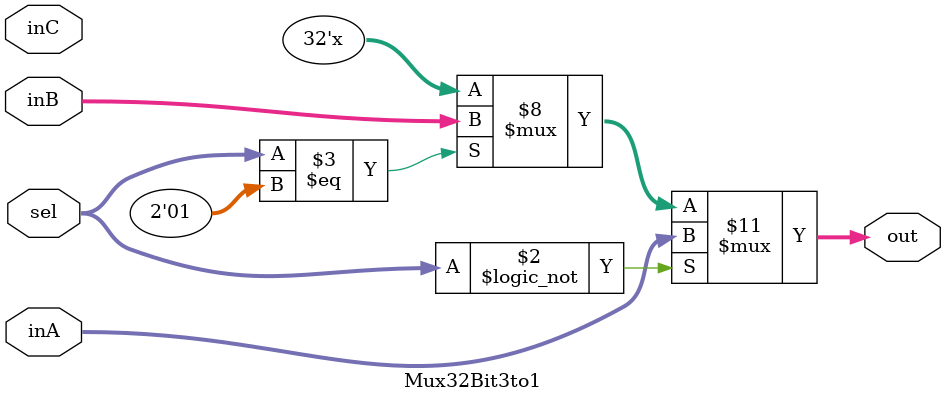
<source format=v>
`timescale 1ns / 1ps


module Mux32Bit3to1(inA, inB, inC, sel, out);
input [31:0] inA; 
input [31:0] inB; 
input [31:0] inC;
input [1:0] sel; 

output reg [31:0]out; 
 
 always @ (*)   
    if (sel == 00) begin
    
    out <= inA; 
    
    end
    else if (sel == 01)begin 
    out <= inB; 
    end
    else if (sel == 10) begin
    
    out <= inC;
    end
    
endmodule

</source>
